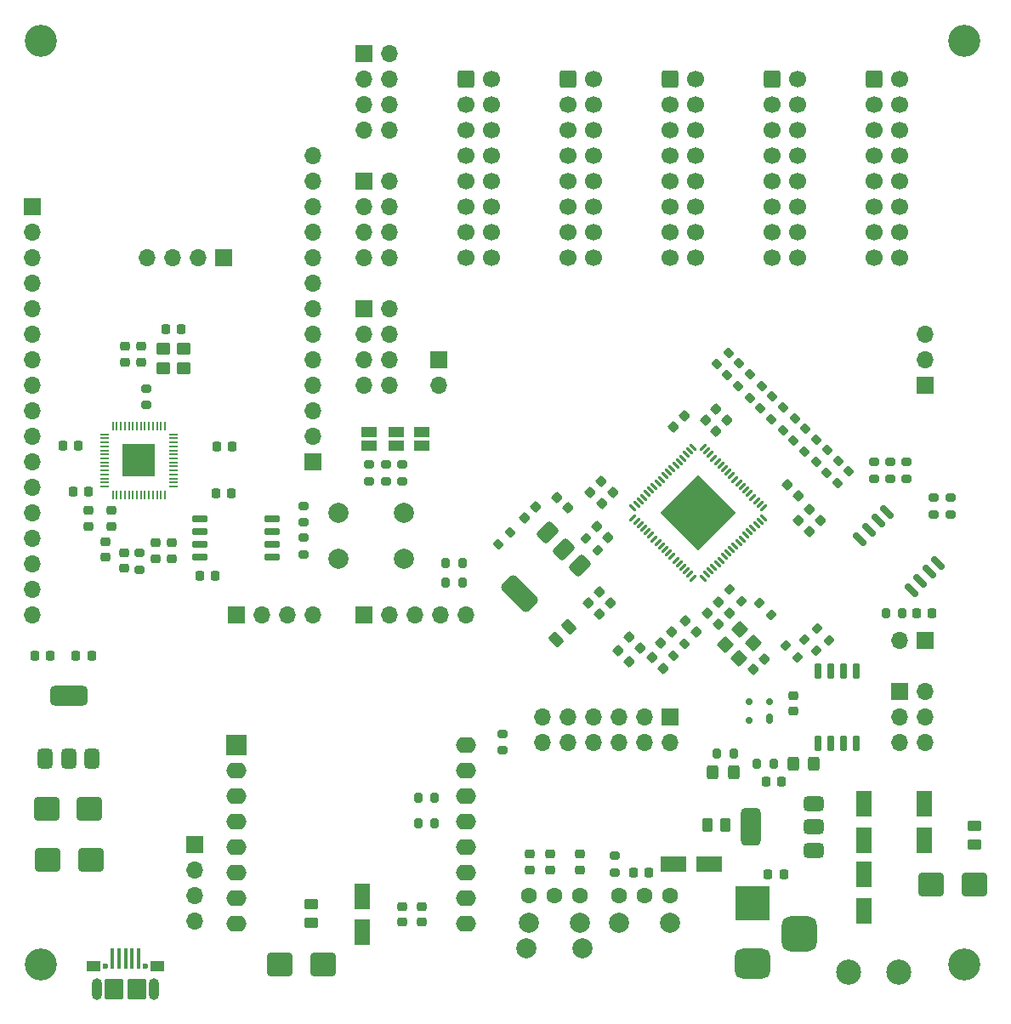
<source format=gbr>
%TF.GenerationSoftware,KiCad,Pcbnew,8.0.5*%
%TF.CreationDate,2025-01-18T12:22:12-08:00*%
%TF.ProjectId,dsp3,64737033-2e6b-4696-9361-645f70636258,rev?*%
%TF.SameCoordinates,Original*%
%TF.FileFunction,Soldermask,Top*%
%TF.FilePolarity,Negative*%
%FSLAX46Y46*%
G04 Gerber Fmt 4.6, Leading zero omitted, Abs format (unit mm)*
G04 Created by KiCad (PCBNEW 8.0.5) date 2025-01-18 12:22:12*
%MOMM*%
%LPD*%
G01*
G04 APERTURE LIST*
G04 Aperture macros list*
%AMRoundRect*
0 Rectangle with rounded corners*
0 $1 Rounding radius*
0 $2 $3 $4 $5 $6 $7 $8 $9 X,Y pos of 4 corners*
0 Add a 4 corners polygon primitive as box body*
4,1,4,$2,$3,$4,$5,$6,$7,$8,$9,$2,$3,0*
0 Add four circle primitives for the rounded corners*
1,1,$1+$1,$2,$3*
1,1,$1+$1,$4,$5*
1,1,$1+$1,$6,$7*
1,1,$1+$1,$8,$9*
0 Add four rect primitives between the rounded corners*
20,1,$1+$1,$2,$3,$4,$5,0*
20,1,$1+$1,$4,$5,$6,$7,0*
20,1,$1+$1,$6,$7,$8,$9,0*
20,1,$1+$1,$8,$9,$2,$3,0*%
%AMRotRect*
0 Rectangle, with rotation*
0 The origin of the aperture is its center*
0 $1 length*
0 $2 width*
0 $3 Rotation angle, in degrees counterclockwise*
0 Add horizontal line*
21,1,$1,$2,0,0,$3*%
G04 Aperture macros list end*
%ADD10RoundRect,0.200000X0.275000X-0.200000X0.275000X0.200000X-0.275000X0.200000X-0.275000X-0.200000X0*%
%ADD11RoundRect,0.200000X-0.200000X-0.275000X0.200000X-0.275000X0.200000X0.275000X-0.200000X0.275000X0*%
%ADD12RoundRect,0.225000X0.017678X-0.335876X0.335876X-0.017678X-0.017678X0.335876X-0.335876X0.017678X0*%
%ADD13RoundRect,0.175000X0.175000X0.325000X-0.175000X0.325000X-0.175000X-0.325000X0.175000X-0.325000X0*%
%ADD14RoundRect,0.150000X0.200000X0.150000X-0.200000X0.150000X-0.200000X-0.150000X0.200000X-0.150000X0*%
%ADD15RoundRect,0.225000X0.225000X0.250000X-0.225000X0.250000X-0.225000X-0.250000X0.225000X-0.250000X0*%
%ADD16RoundRect,0.225000X-0.225000X-0.250000X0.225000X-0.250000X0.225000X0.250000X-0.225000X0.250000X0*%
%ADD17RoundRect,0.200000X0.053033X-0.335876X0.335876X-0.053033X-0.053033X0.335876X-0.335876X0.053033X0*%
%ADD18C,2.000000*%
%ADD19C,1.600000*%
%ADD20R,1.700000X1.700000*%
%ADD21O,1.700000X1.700000*%
%ADD22RoundRect,0.225000X-0.017678X0.335876X-0.335876X0.017678X0.017678X-0.335876X0.335876X-0.017678X0*%
%ADD23RoundRect,0.225000X-0.250000X0.225000X-0.250000X-0.225000X0.250000X-0.225000X0.250000X0.225000X0*%
%ADD24RoundRect,0.218750X0.256250X-0.218750X0.256250X0.218750X-0.256250X0.218750X-0.256250X-0.218750X0*%
%ADD25RoundRect,0.150000X0.565685X-0.353553X-0.353553X0.565685X-0.565685X0.353553X0.353553X-0.565685X0*%
%ADD26RoundRect,0.200000X-0.335876X-0.053033X-0.053033X-0.335876X0.335876X0.053033X0.053033X0.335876X0*%
%ADD27RoundRect,0.200000X0.200000X0.275000X-0.200000X0.275000X-0.200000X-0.275000X0.200000X-0.275000X0*%
%ADD28RoundRect,0.250000X-0.600000X-0.600000X0.600000X-0.600000X0.600000X0.600000X-0.600000X0.600000X0*%
%ADD29C,1.700000*%
%ADD30RoundRect,0.120000X-0.035355X-0.714178X0.714178X0.035355X0.035355X0.714178X-0.714178X-0.035355X0*%
%ADD31RoundRect,0.225000X0.335876X0.017678X0.017678X0.335876X-0.335876X-0.017678X-0.017678X-0.335876X0*%
%ADD32RoundRect,0.225000X0.250000X-0.225000X0.250000X0.225000X-0.250000X0.225000X-0.250000X-0.225000X0*%
%ADD33RoundRect,0.200000X-0.275000X0.200000X-0.275000X-0.200000X0.275000X-0.200000X0.275000X0.200000X0*%
%ADD34RoundRect,0.250000X0.550000X-1.050000X0.550000X1.050000X-0.550000X1.050000X-0.550000X-1.050000X0*%
%ADD35R,2.000000X2.000000*%
%ADD36O,2.000000X1.600000*%
%ADD37RoundRect,0.250000X-0.550000X1.050000X-0.550000X-1.050000X0.550000X-1.050000X0.550000X1.050000X0*%
%ADD38RoundRect,0.250000X0.450000X-0.262500X0.450000X0.262500X-0.450000X0.262500X-0.450000X-0.262500X0*%
%ADD39RoundRect,0.250000X-1.000000X-0.900000X1.000000X-0.900000X1.000000X0.900000X-1.000000X0.900000X0*%
%ADD40RoundRect,0.120000X0.530000X0.480000X-0.530000X0.480000X-0.530000X-0.480000X0.530000X-0.480000X0*%
%ADD41R,3.500000X3.500000*%
%ADD42RoundRect,0.750000X1.000000X-0.750000X1.000000X0.750000X-1.000000X0.750000X-1.000000X-0.750000X0*%
%ADD43RoundRect,0.875000X0.875000X-0.875000X0.875000X0.875000X-0.875000X0.875000X-0.875000X-0.875000X0*%
%ADD44RoundRect,0.062500X-0.220971X-0.309359X0.309359X0.220971X0.220971X0.309359X-0.309359X-0.220971X0*%
%ADD45RoundRect,0.062500X0.220971X-0.309359X0.309359X-0.220971X-0.220971X0.309359X-0.309359X0.220971X0*%
%ADD46RotRect,5.300000X5.300000X45.000000*%
%ADD47R,1.500000X1.000000*%
%ADD48RoundRect,0.250000X0.262500X0.450000X-0.262500X0.450000X-0.262500X-0.450000X0.262500X-0.450000X0*%
%ADD49RoundRect,0.225000X-0.335876X-0.017678X-0.017678X-0.335876X0.335876X0.017678X0.017678X0.335876X0*%
%ADD50RoundRect,0.250000X1.000000X0.900000X-1.000000X0.900000X-1.000000X-0.900000X1.000000X-0.900000X0*%
%ADD51RoundRect,0.150000X0.650000X0.150000X-0.650000X0.150000X-0.650000X-0.150000X0.650000X-0.150000X0*%
%ADD52RoundRect,0.375000X0.176777X0.707107X-0.707107X-0.176777X-0.176777X-0.707107X0.707107X0.176777X0*%
%ADD53RoundRect,0.500000X-0.636396X1.343503X-1.343503X0.636396X0.636396X-1.343503X1.343503X-0.636396X0*%
%ADD54RoundRect,0.200000X0.335876X0.053033X0.053033X0.335876X-0.335876X-0.053033X-0.053033X-0.335876X0*%
%ADD55C,3.200000*%
%ADD56RoundRect,0.375000X0.625000X0.375000X-0.625000X0.375000X-0.625000X-0.375000X0.625000X-0.375000X0*%
%ADD57RoundRect,0.500000X0.500000X1.400000X-0.500000X1.400000X-0.500000X-1.400000X0.500000X-1.400000X0*%
%ADD58RoundRect,0.375000X0.375000X-0.625000X0.375000X0.625000X-0.375000X0.625000X-0.375000X-0.625000X0*%
%ADD59RoundRect,0.500000X1.400000X-0.500000X1.400000X0.500000X-1.400000X0.500000X-1.400000X-0.500000X0*%
%ADD60C,0.600000*%
%ADD61RoundRect,0.100000X-0.100000X-0.950000X0.100000X-0.950000X0.100000X0.950000X-0.100000X0.950000X0*%
%ADD62R,1.350000X1.000000*%
%ADD63O,1.050000X2.150000*%
%ADD64RoundRect,0.190000X-0.760000X-0.810000X0.760000X-0.810000X0.760000X0.810000X-0.760000X0.810000X0*%
%ADD65C,2.500000*%
%ADD66RoundRect,0.250000X-0.325000X-0.450000X0.325000X-0.450000X0.325000X0.450000X-0.325000X0.450000X0*%
%ADD67RoundRect,0.050000X0.387500X0.050000X-0.387500X0.050000X-0.387500X-0.050000X0.387500X-0.050000X0*%
%ADD68RoundRect,0.050000X0.050000X0.387500X-0.050000X0.387500X-0.050000X-0.387500X0.050000X-0.387500X0*%
%ADD69R,3.200000X3.200000*%
%ADD70RoundRect,0.200000X-0.053033X0.335876X-0.335876X0.053033X0.053033X-0.335876X0.335876X-0.053033X0*%
%ADD71RoundRect,0.150000X0.150000X-0.650000X0.150000X0.650000X-0.150000X0.650000X-0.150000X-0.650000X0*%
%ADD72RoundRect,0.250000X-1.050000X-0.550000X1.050000X-0.550000X1.050000X0.550000X-1.050000X0.550000X0*%
%ADD73RoundRect,0.218750X-0.256250X0.218750X-0.256250X-0.218750X0.256250X-0.218750X0.256250X0.218750X0*%
%ADD74RoundRect,0.250000X0.132583X-0.503814X0.503814X-0.132583X-0.132583X0.503814X-0.503814X0.132583X0*%
G04 APERTURE END LIST*
D10*
%TO.C,R16*%
X194600000Y-95600000D03*
X194600000Y-93950000D03*
%TD*%
D11*
%TO.C,R24*%
X194175000Y-109000000D03*
X195825000Y-109000000D03*
%TD*%
D10*
%TO.C,R12*%
X196200000Y-95600000D03*
X196200000Y-93950000D03*
%TD*%
D12*
%TO.C,C31*%
X158250000Y-99500000D03*
X159346016Y-98403984D03*
%TD*%
D10*
%TO.C,R26*%
X193000000Y-95600000D03*
X193000000Y-93950000D03*
%TD*%
D13*
%TO.C,U8*%
X182600000Y-119500000D03*
D14*
X182600000Y-117800000D03*
X180600000Y-117800000D03*
X180600000Y-119700000D03*
%TD*%
D15*
%TO.C,C49*%
X124000000Y-80700000D03*
X122450000Y-80700000D03*
%TD*%
D16*
%TO.C,C3*%
X169025000Y-134800000D03*
X170575000Y-134800000D03*
%TD*%
D17*
%TO.C,R10*%
X181693934Y-88627386D03*
X182860660Y-87460660D03*
%TD*%
D18*
%TO.C,U7*%
X163980000Y-142400000D03*
X163720000Y-139790000D03*
X158640000Y-139790000D03*
X158380000Y-142400000D03*
D19*
X163720000Y-137160000D03*
X161180000Y-137160000D03*
X158640000Y-137160000D03*
%TD*%
D20*
%TO.C,J5*%
X142240000Y-109220000D03*
D21*
X144780000Y-109220000D03*
X147319999Y-109220000D03*
X149860000Y-109220000D03*
X152400000Y-109220000D03*
%TD*%
D22*
%TO.C,C15*%
X165848008Y-95851992D03*
X164751992Y-96948008D03*
%TD*%
D23*
%TO.C,C36*%
X185000000Y-117225000D03*
X185000000Y-118775000D03*
%TD*%
D17*
%TO.C,R14*%
X178400000Y-85300000D03*
X179566726Y-84133274D03*
%TD*%
D23*
%TO.C,C38*%
X160720000Y-133000000D03*
X160720000Y-134550000D03*
%TD*%
D20*
%TO.C,J20*%
X149700000Y-83820000D03*
D21*
X149700000Y-86360000D03*
%TD*%
D16*
%TO.C,C37*%
X197225000Y-109000000D03*
X198775000Y-109000000D03*
%TD*%
D17*
%TO.C,R2*%
X188272614Y-95006066D03*
X189439340Y-93839340D03*
%TD*%
D11*
%TO.C,R18*%
X147600000Y-129900000D03*
X149250000Y-129900000D03*
%TD*%
D24*
%TO.C,L4*%
X158720000Y-134575002D03*
X158720000Y-133000000D03*
%TD*%
D25*
%TO.C,U2*%
X196698546Y-106692623D03*
X197596572Y-105794597D03*
X198494597Y-104896572D03*
X199392623Y-103998546D03*
X194301454Y-98907377D03*
X193403428Y-99805403D03*
X192505403Y-100703428D03*
X191607377Y-101601454D03*
%TD*%
D17*
%TO.C,R3*%
X189333274Y-96066726D03*
X190500000Y-94900000D03*
%TD*%
D26*
%TO.C,R27*%
X181616637Y-108016637D03*
X182783363Y-109183363D03*
%TD*%
D27*
%TO.C,R30*%
X183000000Y-124000000D03*
X181350000Y-124000000D03*
%TD*%
D20*
%TO.C,J17*%
X128270000Y-73660000D03*
D21*
X125730000Y-73660000D03*
X123190001Y-73660000D03*
X120650000Y-73660000D03*
%TD*%
D28*
%TO.C,J3*%
X172720000Y-55880000D03*
D29*
X175260000Y-55880000D03*
X172720000Y-58420000D03*
X175260000Y-58420000D03*
X172720000Y-60960000D03*
X175260000Y-60960000D03*
X172720000Y-63500000D03*
X175260000Y-63500000D03*
X172720000Y-66040000D03*
X175260000Y-66040000D03*
X172720000Y-68580000D03*
X175260000Y-68580000D03*
X172720000Y-71120000D03*
X175260000Y-71120000D03*
X172720000Y-73660000D03*
X175260000Y-73660000D03*
%TD*%
D30*
%TO.C,U9*%
X179515075Y-113484925D03*
X181000000Y-112000000D03*
X179656497Y-110656497D03*
X178171572Y-112141422D03*
%TD*%
D12*
%TO.C,C23*%
X171750000Y-112000000D03*
X172846016Y-110903984D03*
%TD*%
D16*
%TO.C,C44*%
X127450000Y-97100000D03*
X129000000Y-97100000D03*
%TD*%
D28*
%TO.C,J1*%
X193040000Y-55880000D03*
D29*
X195580000Y-55880000D03*
X193040000Y-58420000D03*
X195580000Y-58420000D03*
X193040000Y-60960000D03*
X195580000Y-60960000D03*
X193040000Y-63500000D03*
X195580000Y-63500000D03*
X193040000Y-66040000D03*
X195580000Y-66040000D03*
X193040000Y-68580000D03*
X195580000Y-68580000D03*
X193040000Y-71120000D03*
X195580000Y-71120000D03*
X193040000Y-73660000D03*
X195580000Y-73660000D03*
%TD*%
D31*
%TO.C,C10*%
X168600000Y-113800000D03*
X167503984Y-112703984D03*
%TD*%
D32*
%TO.C,C55*%
X146000000Y-139775000D03*
X146000000Y-138225000D03*
%TD*%
D20*
%TO.C,J13*%
X198120000Y-111760000D03*
D21*
X195580000Y-111760000D03*
%TD*%
D33*
%TO.C,R33*%
X136200000Y-98300000D03*
X136200000Y-99950000D03*
%TD*%
D28*
%TO.C,J2*%
X182880000Y-55880000D03*
D29*
X185420000Y-55880000D03*
X182880000Y-58420000D03*
X185420000Y-58420000D03*
X182880000Y-60959999D03*
X185420000Y-60960000D03*
X182880000Y-63500000D03*
X185420000Y-63500000D03*
X182880000Y-66040000D03*
X185420000Y-66040000D03*
X182880000Y-68580000D03*
X185420000Y-68580000D03*
X182880000Y-71120000D03*
X185420000Y-71120000D03*
X182880000Y-73660001D03*
X185420000Y-73660000D03*
%TD*%
D34*
%TO.C,C53*%
X142000000Y-140800000D03*
X142000000Y-137200000D03*
%TD*%
D23*
%TO.C,C48*%
X117100000Y-98800000D03*
X117100000Y-100350000D03*
%TD*%
D35*
%TO.C,U3*%
X129540000Y-122144999D03*
D36*
X129540000Y-124684999D03*
X129540000Y-127224998D03*
X129540000Y-129764999D03*
X129540000Y-132304999D03*
X129540000Y-134844999D03*
X129540000Y-137384999D03*
X129540000Y-139925000D03*
X152400000Y-139925000D03*
X152400000Y-137384999D03*
X152400000Y-134844999D03*
X152400000Y-132304999D03*
X152400000Y-129764999D03*
X152400000Y-127224998D03*
X152400000Y-124684999D03*
X152400000Y-122144999D03*
%TD*%
D37*
%TO.C,C27*%
X192000000Y-135000000D03*
X192000000Y-138600000D03*
%TD*%
D38*
%TO.C,FB4*%
X137000000Y-139825000D03*
X137000000Y-138000000D03*
%TD*%
D39*
%TO.C,D3*%
X198699998Y-136000000D03*
X203000000Y-136000000D03*
%TD*%
D40*
%TO.C,U12*%
X124300000Y-82700000D03*
X122199998Y-82700000D03*
X122199998Y-84600000D03*
X124300000Y-84600000D03*
%TD*%
D41*
%TO.C,J21*%
X180900000Y-137900000D03*
D42*
X180900000Y-143900000D03*
D43*
X185600000Y-140900000D03*
%TD*%
D44*
%TO.C,U1*%
X169000298Y-99486136D03*
X169353852Y-99839689D03*
X169707405Y-100193243D03*
X170060959Y-100546796D03*
X170414512Y-100900349D03*
X170768065Y-101253903D03*
X171121619Y-101607456D03*
X171475172Y-101961010D03*
X171828726Y-102314563D03*
X172182279Y-102668116D03*
X172535832Y-103021670D03*
X172889386Y-103375223D03*
X173242939Y-103728777D03*
X173596493Y-104082330D03*
X173950046Y-104435883D03*
X174303599Y-104789437D03*
X174657153Y-105142990D03*
X175010706Y-105496544D03*
D45*
X175982978Y-105496544D03*
X176336531Y-105142990D03*
X176690085Y-104789437D03*
X177043638Y-104435883D03*
X177397191Y-104082330D03*
X177750745Y-103728777D03*
X178104298Y-103375223D03*
X178457852Y-103021670D03*
X178811405Y-102668116D03*
X179164958Y-102314563D03*
X179518512Y-101961010D03*
X179872065Y-101607456D03*
X180225619Y-101253903D03*
X180579172Y-100900349D03*
X180932725Y-100546796D03*
X181286279Y-100193243D03*
X181639832Y-99839689D03*
X181993386Y-99486136D03*
D44*
X181993386Y-98513864D03*
X181639832Y-98160311D03*
X181286279Y-97806757D03*
X180932725Y-97453204D03*
X180579172Y-97099651D03*
X180225619Y-96746097D03*
X179872065Y-96392544D03*
X179518512Y-96038990D03*
X179164958Y-95685437D03*
X178811405Y-95331884D03*
X178457852Y-94978330D03*
X178104298Y-94624777D03*
X177750745Y-94271223D03*
X177397191Y-93917670D03*
X177043638Y-93564117D03*
X176690085Y-93210563D03*
X176336531Y-92857010D03*
X175982978Y-92503456D03*
D45*
X175010706Y-92503456D03*
X174657153Y-92857010D03*
X174303599Y-93210563D03*
X173950046Y-93564117D03*
X173596493Y-93917670D03*
X173242939Y-94271223D03*
X172889386Y-94624777D03*
X172535832Y-94978330D03*
X172182279Y-95331884D03*
X171828726Y-95685437D03*
X171475172Y-96038990D03*
X171121619Y-96392544D03*
X170768065Y-96746097D03*
X170414512Y-97099651D03*
X170060959Y-97453204D03*
X169707405Y-97806757D03*
X169353852Y-98160311D03*
X169000298Y-98513864D03*
D46*
X175496842Y-99000000D03*
%TD*%
D47*
%TO.C,JP1*%
X142700000Y-92299998D03*
X142700000Y-91000000D03*
%TD*%
%TO.C,JP2*%
X145400000Y-92299998D03*
X145400000Y-91000000D03*
%TD*%
D48*
%TO.C,FB2*%
X178225000Y-130100000D03*
X176400000Y-130100000D03*
%TD*%
D49*
%TO.C,C24*%
X170903984Y-113403984D03*
X172000000Y-114500000D03*
%TD*%
D50*
%TO.C,D4*%
X114900002Y-128500000D03*
X110600000Y-128500000D03*
%TD*%
D16*
%TO.C,C28*%
X182450000Y-135000000D03*
X184000000Y-135000000D03*
%TD*%
D10*
%TO.C,R37*%
X146000000Y-95850000D03*
X146000000Y-94200000D03*
%TD*%
D32*
%TO.C,C46*%
X118400000Y-84000000D03*
X118400000Y-82450000D03*
%TD*%
D49*
%TO.C,C17*%
X184403984Y-96203984D03*
X185500000Y-97300000D03*
%TD*%
D51*
%TO.C,U13*%
X133100000Y-103410000D03*
X133100000Y-102140000D03*
X133100000Y-100870000D03*
X133100000Y-99600000D03*
X125900000Y-99600000D03*
X125900000Y-100870000D03*
X125900000Y-102140000D03*
X125900000Y-103410000D03*
%TD*%
D39*
%TO.C,D5*%
X110700000Y-133600000D03*
X115000000Y-133600000D03*
%TD*%
D22*
%TO.C,C5*%
X177496016Y-107903984D03*
X176400000Y-109000000D03*
%TD*%
D52*
%TO.C,Q1*%
X163750000Y-104250000D03*
X162123654Y-102623655D03*
D53*
X157668882Y-107078427D03*
D52*
X160497309Y-100997309D03*
%TD*%
D15*
%TO.C,C33*%
X114800000Y-96900000D03*
X113250000Y-96900000D03*
%TD*%
D18*
%TO.C,U4*%
X172720000Y-139790000D03*
X167640000Y-139790000D03*
D19*
X167640000Y-137160000D03*
X170180000Y-137160000D03*
X172720000Y-137160000D03*
%TD*%
D27*
%TO.C,R28*%
X152000000Y-106000000D03*
X150350000Y-106000000D03*
%TD*%
D38*
%TO.C,FB1*%
X203000000Y-132000000D03*
X203000000Y-130175000D03*
%TD*%
D10*
%TO.C,R4*%
X200600000Y-99150000D03*
X200600000Y-97500000D03*
%TD*%
D54*
%TO.C,R23*%
X185400000Y-113400000D03*
X184233274Y-112233274D03*
%TD*%
D20*
%TO.C,J6*%
X129540000Y-109220000D03*
D21*
X132080000Y-109220000D03*
X134619999Y-109220000D03*
X137160000Y-109220000D03*
%TD*%
D11*
%TO.C,R19*%
X147600000Y-127360000D03*
X149250000Y-127360000D03*
%TD*%
D17*
%TO.C,R7*%
X186054594Y-92888046D03*
X187221320Y-91721320D03*
%TD*%
D16*
%TO.C,C40*%
X127550000Y-92400000D03*
X129100000Y-92400000D03*
%TD*%
D23*
%TO.C,C41*%
X121500000Y-102000000D03*
X121500000Y-103550000D03*
%TD*%
D16*
%TO.C,C32*%
X109450000Y-113200000D03*
X111000000Y-113200000D03*
%TD*%
D20*
%TO.C,J16*%
X198120000Y-86359999D03*
D21*
X198120000Y-83819999D03*
X198120000Y-81280000D03*
%TD*%
D55*
%TO.C,H3*%
X202000000Y-52000000D03*
%TD*%
D33*
%TO.C,R32*%
X119900000Y-103000000D03*
X119900000Y-104650000D03*
%TD*%
D10*
%TO.C,R34*%
X136200000Y-103150000D03*
X136200000Y-101500000D03*
%TD*%
D55*
%TO.C,H1*%
X110000000Y-52000000D03*
%TD*%
D23*
%TO.C,C45*%
X123100000Y-102000000D03*
X123100000Y-103550000D03*
%TD*%
D20*
%TO.C,J12*%
X172720000Y-119380000D03*
D21*
X172720000Y-121920000D03*
X170180000Y-119380000D03*
X170180000Y-121920000D03*
X167640001Y-119380000D03*
X167640000Y-121920000D03*
X165100000Y-119380000D03*
X165100000Y-121920000D03*
X162560000Y-119380000D03*
X162560000Y-121920000D03*
X160020000Y-119380000D03*
X160020000Y-121920000D03*
%TD*%
D26*
%TO.C,R38*%
X187333274Y-110533274D03*
X188500000Y-111700000D03*
%TD*%
D56*
%TO.C,U5*%
X187000000Y-132600000D03*
X186999999Y-130300000D03*
D57*
X180700001Y-130300000D03*
D56*
X187000000Y-128000000D03*
%TD*%
D33*
%TO.C,R25*%
X156000000Y-121000000D03*
X156000000Y-122650000D03*
%TD*%
D17*
%TO.C,R6*%
X184993934Y-91827386D03*
X186160660Y-90660660D03*
%TD*%
D54*
%TO.C,R40*%
X179783363Y-107783363D03*
X178616637Y-106616637D03*
%TD*%
D12*
%TO.C,C1*%
X180975556Y-114637438D03*
X182071572Y-113541422D03*
%TD*%
D58*
%TO.C,U11*%
X110500000Y-123499999D03*
X112800000Y-123499998D03*
D59*
X112800000Y-117200000D03*
D58*
X115100000Y-123499999D03*
%TD*%
D54*
%TO.C,R22*%
X165500000Y-102750000D03*
X164333274Y-101583274D03*
%TD*%
D17*
%TO.C,R5*%
X183933274Y-90766726D03*
X185100000Y-89600000D03*
%TD*%
D31*
%TO.C,C22*%
X166796016Y-107996016D03*
X165700000Y-106900000D03*
%TD*%
D60*
%TO.C,J14*%
X116475000Y-144150000D03*
X120475000Y-144150000D03*
D61*
X117175000Y-143350000D03*
X117825000Y-143350000D03*
X118475000Y-143350000D03*
X119125000Y-143350000D03*
X119775000Y-143350000D03*
D62*
X115275000Y-144150000D03*
D63*
X115650000Y-146400000D03*
D64*
X117325000Y-146400000D03*
X119625000Y-146400000D03*
D63*
X121300000Y-146400000D03*
D62*
X121675000Y-144150000D03*
%TD*%
D17*
%TO.C,R11*%
X182754594Y-89688046D03*
X183921320Y-88521320D03*
%TD*%
D23*
%TO.C,R17*%
X118300000Y-103000000D03*
X118300000Y-104550000D03*
%TD*%
D32*
%TO.C,C54*%
X148000000Y-139775000D03*
X148000000Y-138225000D03*
%TD*%
D20*
%TO.C,J18*%
X109220000Y-68580000D03*
D21*
X109220000Y-71120000D03*
X109220000Y-73660000D03*
X109220000Y-76200000D03*
X109220000Y-78740000D03*
X109220000Y-81280000D03*
X109220000Y-83820000D03*
X109220000Y-86360000D03*
X109220000Y-88900000D03*
X109220000Y-91440000D03*
X109220000Y-93980000D03*
X109220000Y-96520000D03*
X109220000Y-99060000D03*
X109220000Y-101600000D03*
X109220000Y-104140000D03*
X109220000Y-106680000D03*
X109220000Y-109220000D03*
%TD*%
D65*
%TO.C,J15*%
X190500000Y-144780000D03*
X195500000Y-144780000D03*
%TD*%
D23*
%TO.C,C47*%
X116500000Y-101900000D03*
X116500000Y-103450000D03*
%TD*%
D33*
%TO.C,R41*%
X120500000Y-86650000D03*
X120500000Y-88300000D03*
%TD*%
D26*
%TO.C,R39*%
X186100000Y-111600000D03*
X187266726Y-112766726D03*
%TD*%
D20*
%TO.C,J19*%
X142240000Y-78740000D03*
D21*
X144780000Y-78740000D03*
X142240000Y-81280000D03*
X144780000Y-81280000D03*
X142240000Y-83820000D03*
X144780000Y-83820000D03*
X142240000Y-86360000D03*
X144780000Y-86360000D03*
%TD*%
D17*
%TO.C,R9*%
X180633274Y-87566726D03*
X181800000Y-86400000D03*
%TD*%
D18*
%TO.C,SW2*%
X139700000Y-99060000D03*
X146200000Y-99060000D03*
X139700000Y-103560000D03*
X146200000Y-103560000D03*
%TD*%
D15*
%TO.C,C42*%
X113750000Y-92300000D03*
X112200000Y-92300000D03*
%TD*%
D66*
%TO.C,D1*%
X184950002Y-124000000D03*
X187000000Y-124000000D03*
%TD*%
D11*
%TO.C,R31*%
X177350000Y-123000000D03*
X179000000Y-123000000D03*
%TD*%
D10*
%TO.C,R36*%
X144400000Y-95850000D03*
X144400000Y-94200000D03*
%TD*%
D39*
%TO.C,D6*%
X133849999Y-144000000D03*
X138150001Y-144000000D03*
%TD*%
D31*
%TO.C,C51*%
X162548008Y-98548008D03*
X161451992Y-97451992D03*
%TD*%
D20*
%TO.C,J10*%
X142240000Y-53340000D03*
D21*
X144780000Y-53340000D03*
X142240000Y-55880000D03*
X144780000Y-55880000D03*
X142240000Y-58420000D03*
X144780000Y-58420000D03*
X142240000Y-60960000D03*
X144780000Y-60960000D03*
%TD*%
D17*
%TO.C,R1*%
X187211954Y-93945406D03*
X188378680Y-92778680D03*
%TD*%
D67*
%TO.C,U10*%
X123237500Y-96400000D03*
X123237500Y-95999999D03*
X123237500Y-95600000D03*
X123237500Y-95200000D03*
X123237500Y-94800000D03*
X123237500Y-94400001D03*
X123237500Y-94000000D03*
X123237500Y-93600000D03*
X123237500Y-93199999D03*
X123237500Y-92800000D03*
X123237500Y-92400000D03*
X123237500Y-92000000D03*
X123237500Y-91600001D03*
X123237500Y-91200000D03*
D68*
X122400000Y-90362500D03*
X121999999Y-90362500D03*
X121600000Y-90362500D03*
X121200000Y-90362500D03*
X120800000Y-90362500D03*
X120400001Y-90362500D03*
X120000000Y-90362500D03*
X119600000Y-90362500D03*
X119199999Y-90362500D03*
X118800000Y-90362500D03*
X118400000Y-90362500D03*
X118000000Y-90362500D03*
X117600001Y-90362500D03*
X117200000Y-90362500D03*
D67*
X116362500Y-91200000D03*
X116362500Y-91600001D03*
X116362500Y-92000000D03*
X116362500Y-92400000D03*
X116362500Y-92800000D03*
X116362500Y-93199999D03*
X116362500Y-93600000D03*
X116362500Y-94000000D03*
X116362500Y-94400001D03*
X116362500Y-94800000D03*
X116362500Y-95200000D03*
X116362500Y-95600000D03*
X116362500Y-95999999D03*
X116362500Y-96400000D03*
D68*
X117200000Y-97237500D03*
X117600001Y-97237500D03*
X118000000Y-97237500D03*
X118400000Y-97237500D03*
X118800000Y-97237500D03*
X119199999Y-97237500D03*
X119600000Y-97237500D03*
X120000000Y-97237500D03*
X120400001Y-97237500D03*
X120800000Y-97237500D03*
X121200000Y-97237500D03*
X121600000Y-97237500D03*
X121999999Y-97237500D03*
X122400000Y-97237500D03*
D69*
X119800000Y-93800000D03*
%TD*%
D70*
%TO.C,R21*%
X174166726Y-112083274D03*
X173000000Y-113250000D03*
%TD*%
D20*
%TO.C,J8*%
X195580000Y-116840000D03*
D21*
X198120000Y-116840000D03*
X195580000Y-119380000D03*
X198120000Y-119380000D03*
X195580000Y-121920000D03*
X198120000Y-121920000D03*
%TD*%
D34*
%TO.C,C26*%
X198000000Y-131600000D03*
X198000000Y-128000000D03*
%TD*%
D71*
%TO.C,U6*%
X187460000Y-122000000D03*
X188730000Y-122000000D03*
X190000000Y-122000000D03*
X191270000Y-122000000D03*
X191270000Y-114800000D03*
X190000000Y-114800000D03*
X188730000Y-114800000D03*
X187460000Y-114800000D03*
%TD*%
D72*
%TO.C,C2*%
X173000000Y-134000000D03*
X176600000Y-134000000D03*
%TD*%
D55*
%TO.C,H4*%
X202000000Y-144000000D03*
%TD*%
D10*
%TO.C,R35*%
X142700000Y-95850000D03*
X142700000Y-94200000D03*
%TD*%
D16*
%TO.C,C29*%
X182225000Y-125800000D03*
X183775000Y-125800000D03*
%TD*%
D12*
%TO.C,C9*%
X186548008Y-100851992D03*
X187644024Y-99755976D03*
%TD*%
D73*
%TO.C,L3*%
X163720000Y-133000000D03*
X163720000Y-134575002D03*
%TD*%
D74*
%TO.C,FB3*%
X161354765Y-111645235D03*
X162645235Y-110354765D03*
%TD*%
D31*
%TO.C,C12*%
X178400000Y-89800000D03*
X177303984Y-88703984D03*
%TD*%
D66*
%TO.C,D2*%
X176950002Y-124875001D03*
X179000000Y-124875001D03*
%TD*%
D22*
%TO.C,C6*%
X178596016Y-109003984D03*
X177500000Y-110100000D03*
%TD*%
D17*
%TO.C,R13*%
X177339340Y-84239340D03*
X178506066Y-83072614D03*
%TD*%
D22*
%TO.C,C14*%
X167000000Y-97000000D03*
X165903984Y-98096016D03*
%TD*%
D23*
%TO.C,C39*%
X114800000Y-98800000D03*
X114800000Y-100350000D03*
%TD*%
D28*
%TO.C,J7*%
X152400000Y-55880000D03*
D29*
X154940000Y-55880000D03*
X152400000Y-58420000D03*
X154940000Y-58420000D03*
X152400000Y-60960000D03*
X154940000Y-60960000D03*
X152400000Y-63500000D03*
X154940000Y-63500000D03*
X152400000Y-66040000D03*
X154940000Y-66040000D03*
X152400000Y-68580000D03*
X154940000Y-68580000D03*
X152400000Y-71120000D03*
X154940000Y-71120000D03*
X152400000Y-73660000D03*
X154940000Y-73660000D03*
%TD*%
D12*
%TO.C,C8*%
X185451992Y-99748008D03*
X186548008Y-98651992D03*
%TD*%
D28*
%TO.C,J4*%
X162560000Y-55880000D03*
D29*
X165100000Y-55880000D03*
X162560000Y-58420000D03*
X165100000Y-58420000D03*
X162560000Y-60960000D03*
X165100000Y-60960000D03*
X162560000Y-63500000D03*
X165100000Y-63500000D03*
X162560000Y-66040000D03*
X165100000Y-66040000D03*
X162560000Y-68580000D03*
X165100000Y-68580000D03*
X162560000Y-71120000D03*
X165100000Y-71120000D03*
X162560000Y-73660000D03*
X165100000Y-73660000D03*
%TD*%
D33*
%TO.C,R20*%
X167160000Y-133175000D03*
X167160000Y-134825000D03*
%TD*%
D16*
%TO.C,C4*%
X113550000Y-113200000D03*
X115100000Y-113200000D03*
%TD*%
D55*
%TO.C,H2*%
X110000000Y-144000000D03*
%TD*%
D47*
%TO.C,JP3*%
X148000000Y-92299998D03*
X148000000Y-91000000D03*
%TD*%
D16*
%TO.C,C50*%
X125850000Y-105300000D03*
X127400000Y-105300000D03*
%TD*%
D20*
%TO.C,J11*%
X125400000Y-132080000D03*
D21*
X125400000Y-134620000D03*
X125400000Y-137160000D03*
X125400000Y-139700000D03*
%TD*%
D20*
%TO.C,J22*%
X137160000Y-93980000D03*
D21*
X137160000Y-91440000D03*
X137160000Y-88900001D03*
X137160000Y-86360000D03*
X137160000Y-83820000D03*
X137160000Y-81280000D03*
X137160000Y-78740000D03*
X137160000Y-76199999D03*
X137160000Y-73660000D03*
X137160000Y-71120000D03*
X137160000Y-68580000D03*
X137160000Y-66040001D03*
X137160000Y-63500000D03*
%TD*%
D17*
%TO.C,R42*%
X155583274Y-102166726D03*
X156750000Y-101000000D03*
%TD*%
D10*
%TO.C,R8*%
X198900000Y-99150000D03*
X198900000Y-97500000D03*
%TD*%
D32*
%TO.C,C43*%
X120000000Y-84000000D03*
X120000000Y-82450000D03*
%TD*%
D31*
%TO.C,C11*%
X177300000Y-90900000D03*
X176203984Y-89803984D03*
%TD*%
%TO.C,C21*%
X165700000Y-109100000D03*
X164603984Y-108003984D03*
%TD*%
D27*
%TO.C,R29*%
X152000000Y-104000000D03*
X150350000Y-104000000D03*
%TD*%
D34*
%TO.C,C25*%
X192000000Y-131600000D03*
X192000000Y-128000000D03*
%TD*%
D17*
%TO.C,R15*%
X179460660Y-86360660D03*
X180627386Y-85193934D03*
%TD*%
D31*
%TO.C,C20*%
X175348008Y-110848008D03*
X174251992Y-109751992D03*
%TD*%
D12*
%TO.C,C18*%
X173000000Y-90500000D03*
X174096016Y-89403984D03*
%TD*%
D31*
%TO.C,C7*%
X169700000Y-112500000D03*
X168603984Y-111403984D03*
%TD*%
D20*
%TO.C,J9*%
X142240000Y-66040000D03*
D21*
X144780000Y-66040000D03*
X142240000Y-68580000D03*
X144780000Y-68580000D03*
X142240000Y-71120000D03*
X144780000Y-71120000D03*
X142240000Y-73660000D03*
X144780000Y-73660000D03*
%TD*%
D31*
%TO.C,C19*%
X166500000Y-101500000D03*
X165403984Y-100403984D03*
%TD*%
M02*

</source>
